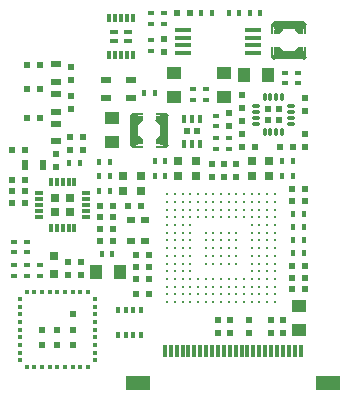
<source format=gtp>
G04 #@! TF.FileFunction,Paste,Top*
%FSLAX46Y46*%
G04 Gerber Fmt 4.6, Leading zero omitted, Abs format (unit mm)*
G04 Created by KiCad (PCBNEW 4.0.2+dfsg1-stable) date Mo 22 Aug 2016 02:39:07 CEST*
%MOMM*%
G01*
G04 APERTURE LIST*
%ADD10C,0.100000*%
%ADD11R,0.600000X0.400000*%
%ADD12R,0.350000X0.500000*%
%ADD13R,0.500000X0.600000*%
%ADD14O,0.750000X0.300000*%
%ADD15O,0.300000X0.750000*%
%ADD16R,0.540000X0.540000*%
%ADD17R,1.000000X1.250000*%
%ADD18R,0.300000X0.650000*%
%ADD19R,0.744000X0.465000*%
%ADD20R,1.450000X0.450000*%
%ADD21R,0.400000X0.600000*%
%ADD22R,0.300000X0.400000*%
%ADD23R,0.400000X0.300000*%
%ADD24R,0.500000X0.500000*%
%ADD25R,0.600000X0.500000*%
%ADD26R,0.900000X0.500000*%
%ADD27R,0.300000X0.730000*%
%ADD28R,0.730000X0.300000*%
%ADD29R,0.750000X0.750000*%
%ADD30R,0.350000X0.650000*%
%ADD31R,0.480000X0.600000*%
%ADD32R,1.250000X1.000000*%
%ADD33R,0.797560X0.797560*%
%ADD34R,0.762000X2.540000*%
%ADD35R,0.889000X0.254000*%
%ADD36R,0.381000X0.444500*%
%ADD37R,2.540000X0.762000*%
%ADD38R,0.254000X0.889000*%
%ADD39R,0.444500X0.381000*%
%ADD40R,0.300000X1.000000*%
%ADD41R,2.000000X1.300000*%
%ADD42R,0.800000X0.600000*%
%ADD43C,0.300000*%
%ADD44R,0.500000X0.900000*%
G04 APERTURE END LIST*
D10*
D11*
X66300000Y-102500000D03*
X66300000Y-103400000D03*
D12*
X58875000Y-117075000D03*
X58225000Y-117075000D03*
X57575000Y-117075000D03*
X56925000Y-117075000D03*
X58875000Y-119125000D03*
X58225000Y-119125000D03*
X57575000Y-119125000D03*
X56925000Y-119125000D03*
D13*
X66300000Y-100350000D03*
X66300000Y-101450000D03*
D14*
X68625000Y-99750000D03*
X68625000Y-100250000D03*
X68625000Y-100750000D03*
X68625000Y-101250000D03*
D15*
X69350000Y-101975000D03*
X69850000Y-101975000D03*
X70350000Y-101975000D03*
X70850000Y-101975000D03*
D14*
X71575000Y-101250000D03*
X71575000Y-100750000D03*
X71575000Y-100250000D03*
X71575000Y-99750000D03*
D15*
X70850000Y-99025000D03*
X70350000Y-99025000D03*
X69850000Y-99025000D03*
X69350000Y-99025000D03*
D16*
X70550000Y-100950000D03*
X70550000Y-100050000D03*
X69650000Y-100950000D03*
X69650000Y-100050000D03*
D17*
X69600000Y-97100000D03*
X67600000Y-97100000D03*
D18*
X56200000Y-95450000D03*
X56700000Y-95450000D03*
X57200000Y-95450000D03*
X57700000Y-95450000D03*
X58200000Y-95450000D03*
X58200000Y-92350000D03*
X57700000Y-92350000D03*
X57200000Y-92350000D03*
X56700000Y-92350000D03*
X56200000Y-92350000D03*
D19*
X57820000Y-93512500D03*
X56580000Y-93512500D03*
X57820000Y-94287500D03*
X56580000Y-94287500D03*
D13*
X60800000Y-94100000D03*
X60800000Y-95200000D03*
D20*
X68350000Y-95275000D03*
X68350000Y-94625000D03*
X68350000Y-93975000D03*
X68350000Y-93325000D03*
X62450000Y-93325000D03*
X62450000Y-93975000D03*
X62450000Y-94625000D03*
X62450000Y-95275000D03*
D11*
X59700000Y-95100000D03*
X59700000Y-94200000D03*
D21*
X60050000Y-98700000D03*
X59150000Y-98700000D03*
D22*
X49200000Y-121850000D03*
X49850000Y-121850000D03*
X50500000Y-121850000D03*
X51150000Y-121850000D03*
X51800000Y-121850000D03*
X52450000Y-121850000D03*
X53100000Y-121850000D03*
X53750000Y-121850000D03*
X54400000Y-121850000D03*
D23*
X54950000Y-120650000D03*
X54950000Y-120000000D03*
X54950000Y-119350000D03*
X54950000Y-118700000D03*
X54950000Y-118050000D03*
X54950000Y-117400000D03*
X54950000Y-116750000D03*
X54950000Y-116100000D03*
D22*
X54400000Y-115550000D03*
D23*
X54950000Y-121300000D03*
D22*
X53750000Y-115550000D03*
X53100000Y-115550000D03*
X52450000Y-115550000D03*
X51800000Y-115550000D03*
X51150000Y-115550000D03*
X50500000Y-115550000D03*
X49850000Y-115550000D03*
X49200000Y-115550000D03*
D23*
X48650000Y-116100000D03*
X48650000Y-116750000D03*
X48650000Y-117400000D03*
X48650000Y-118050000D03*
X48650000Y-118700000D03*
X48650000Y-119350000D03*
X48650000Y-120000000D03*
X48650000Y-120650000D03*
X48650000Y-121300000D03*
D24*
X51800000Y-118700000D03*
X51800000Y-120000000D03*
X50500000Y-118700000D03*
X50500000Y-120000000D03*
X53100000Y-118700000D03*
X53100000Y-120000000D03*
X53100000Y-117400000D03*
D25*
X49050000Y-107000000D03*
X47950000Y-107000000D03*
X71700000Y-107800000D03*
X72800000Y-107800000D03*
D13*
X52700000Y-114050000D03*
X52700000Y-112950000D03*
D11*
X49200000Y-111250000D03*
X49200000Y-112150000D03*
D26*
X51700000Y-98750000D03*
X51700000Y-100250000D03*
D21*
X60050000Y-104400000D03*
X60950000Y-104400000D03*
D25*
X56550000Y-111200000D03*
X55450000Y-111200000D03*
D11*
X49200000Y-113250000D03*
X49200000Y-114150000D03*
X48100000Y-113250000D03*
X48100000Y-114150000D03*
X50300000Y-113250000D03*
X50300000Y-114150000D03*
X48100000Y-111250000D03*
X48100000Y-112150000D03*
D27*
X53250000Y-106185000D03*
X52750000Y-106185000D03*
X52250000Y-106185000D03*
X51750000Y-106185000D03*
X51250000Y-106185000D03*
D28*
X50285000Y-107150000D03*
X50285000Y-107650000D03*
X50285000Y-108150000D03*
X50285000Y-108650000D03*
X50285000Y-109150000D03*
D27*
X51250000Y-110115000D03*
X51750000Y-110115000D03*
X52250000Y-110115000D03*
X52750000Y-110115000D03*
X53250000Y-110115000D03*
D28*
X54215000Y-109150000D03*
X54215000Y-108650000D03*
X54215000Y-108150000D03*
X54215000Y-107650000D03*
X54215000Y-107150000D03*
D29*
X51625000Y-108775000D03*
X52875000Y-108775000D03*
X51625000Y-107525000D03*
X52875000Y-107525000D03*
D21*
X56250000Y-107000000D03*
X55350000Y-107000000D03*
X56250000Y-105700000D03*
X55350000Y-105700000D03*
D30*
X62550000Y-102950000D03*
X63200000Y-102950000D03*
X63850000Y-102950000D03*
X63850000Y-100850000D03*
X63200000Y-100850000D03*
X62550000Y-100850000D03*
D31*
X63600000Y-101900000D03*
X62800000Y-101900000D03*
D25*
X61900000Y-91900000D03*
X63000000Y-91900000D03*
D32*
X61700000Y-99000000D03*
X61700000Y-97000000D03*
X56400000Y-102800000D03*
X56400000Y-100800000D03*
D13*
X67400000Y-99950000D03*
X67400000Y-98850000D03*
X67400000Y-101050000D03*
X67400000Y-102150000D03*
X72800000Y-100150000D03*
X72800000Y-99050000D03*
D25*
X68550000Y-103200000D03*
X67450000Y-103200000D03*
X70650000Y-103200000D03*
X71750000Y-103200000D03*
D13*
X72800000Y-102100000D03*
X72800000Y-103200000D03*
D25*
X49050000Y-106000000D03*
X47950000Y-106000000D03*
X49050000Y-108000000D03*
X47950000Y-108000000D03*
X56550000Y-108200000D03*
X55450000Y-108200000D03*
X56550000Y-109200000D03*
X55450000Y-109200000D03*
X49050000Y-103500000D03*
X47950000Y-103500000D03*
D13*
X51700000Y-104950000D03*
X51700000Y-103850000D03*
X53800000Y-114050000D03*
X53800000Y-112950000D03*
D25*
X50350000Y-100800000D03*
X49250000Y-100800000D03*
D13*
X53000000Y-100050000D03*
X53000000Y-98950000D03*
D25*
X50350000Y-98300000D03*
X49250000Y-98300000D03*
D13*
X53000000Y-97550000D03*
X53000000Y-96450000D03*
D25*
X50350000Y-96300000D03*
X49250000Y-96300000D03*
D13*
X68000000Y-117850000D03*
X68000000Y-118950000D03*
D25*
X57750000Y-108200000D03*
X58850000Y-108200000D03*
D13*
X69900000Y-117850000D03*
X69900000Y-118950000D03*
X70900000Y-117850000D03*
X70900000Y-118950000D03*
D25*
X59550000Y-114400000D03*
X58450000Y-114400000D03*
D13*
X64900000Y-105750000D03*
X64900000Y-104650000D03*
D25*
X71700000Y-106800000D03*
X72800000Y-106800000D03*
D13*
X65400000Y-117850000D03*
X65400000Y-118950000D03*
D25*
X71700000Y-114300000D03*
X72800000Y-114300000D03*
D13*
X66900000Y-105750000D03*
X66900000Y-104650000D03*
D25*
X59550000Y-113400000D03*
X58450000Y-113400000D03*
D13*
X66400000Y-117850000D03*
X66400000Y-118950000D03*
D25*
X71700000Y-113300000D03*
X72800000Y-113300000D03*
D13*
X65900000Y-105750000D03*
X65900000Y-104650000D03*
D25*
X59550000Y-112400000D03*
X58450000Y-112400000D03*
X71700000Y-115300000D03*
X72800000Y-115300000D03*
D33*
X69749300Y-105700000D03*
X68250700Y-105700000D03*
X69749300Y-104400000D03*
X68250700Y-104400000D03*
X62050700Y-104400000D03*
X63549300Y-104400000D03*
X62050700Y-105700000D03*
X63549300Y-105700000D03*
X51500000Y-113949300D03*
X51500000Y-112450700D03*
D26*
X51700000Y-101250000D03*
X51700000Y-102750000D03*
X51700000Y-96250000D03*
X51700000Y-97750000D03*
D11*
X59700000Y-92800000D03*
X59700000Y-91900000D03*
X60800000Y-91900000D03*
X60800000Y-92800000D03*
X71100000Y-96950000D03*
X71100000Y-97850000D03*
X72200000Y-97850000D03*
X72200000Y-96950000D03*
X64400000Y-98350000D03*
X64400000Y-99250000D03*
X65200000Y-100600000D03*
X65200000Y-101500000D03*
D21*
X71750000Y-105700000D03*
X70850000Y-105700000D03*
X60050000Y-105700000D03*
X60950000Y-105700000D03*
X71750000Y-112200000D03*
X72650000Y-112200000D03*
X71750000Y-111100000D03*
X72650000Y-111100000D03*
X55350000Y-104500000D03*
X56250000Y-104500000D03*
D26*
X55900000Y-97550000D03*
X55900000Y-99050000D03*
X58000000Y-99050000D03*
X58000000Y-97550000D03*
D33*
X57350700Y-107000000D03*
X58849300Y-107000000D03*
X57350700Y-105700000D03*
X58849300Y-105700000D03*
D25*
X56550000Y-110200000D03*
X55450000Y-110200000D03*
D21*
X55550000Y-112300000D03*
X56450000Y-112300000D03*
D32*
X72300000Y-116700000D03*
X72300000Y-118700000D03*
X65900000Y-97000000D03*
X65900000Y-99000000D03*
D21*
X64900000Y-91900000D03*
X64000000Y-91900000D03*
X72650000Y-110000000D03*
X71750000Y-110000000D03*
D34*
X60870000Y-101800000D03*
X58330000Y-101800000D03*
D35*
X60552500Y-103197000D03*
X60552500Y-100403000D03*
X58647500Y-103197000D03*
X58647500Y-100403000D03*
D36*
X60298500Y-100752250D03*
X58901500Y-100752250D03*
X58901500Y-102847750D03*
X60298500Y-102847750D03*
D10*
G36*
X60997000Y-100276038D02*
X61250962Y-100530000D01*
X60997000Y-100783962D01*
X60743038Y-100530000D01*
X60997000Y-100276038D01*
X60997000Y-100276038D01*
G37*
G36*
X60997000Y-102816038D02*
X61250962Y-103070000D01*
X60997000Y-103323962D01*
X60743038Y-103070000D01*
X60997000Y-102816038D01*
X60997000Y-102816038D01*
G37*
G36*
X58203000Y-102816038D02*
X58456962Y-103070000D01*
X58203000Y-103323962D01*
X57949038Y-103070000D01*
X58203000Y-102816038D01*
X58203000Y-102816038D01*
G37*
G36*
X58203000Y-100276038D02*
X58456962Y-100530000D01*
X58203000Y-100783962D01*
X57949038Y-100530000D01*
X58203000Y-100276038D01*
X58203000Y-100276038D01*
G37*
G36*
X60489000Y-100593737D02*
X60869763Y-100974500D01*
X60489000Y-101355263D01*
X60108237Y-100974500D01*
X60489000Y-100593737D01*
X60489000Y-100593737D01*
G37*
G36*
X60489000Y-102244737D02*
X60869763Y-102625500D01*
X60489000Y-103006263D01*
X60108237Y-102625500D01*
X60489000Y-102244737D01*
X60489000Y-102244737D01*
G37*
G36*
X58711000Y-102244737D02*
X59091763Y-102625500D01*
X58711000Y-103006263D01*
X58330237Y-102625500D01*
X58711000Y-102244737D01*
X58711000Y-102244737D01*
G37*
G36*
X58711000Y-100593737D02*
X59091763Y-100974500D01*
X58711000Y-101355263D01*
X58330237Y-100974500D01*
X58711000Y-100593737D01*
X58711000Y-100593737D01*
G37*
D17*
X55100000Y-113800000D03*
X57100000Y-113800000D03*
D21*
X71750000Y-108900000D03*
X72650000Y-108900000D03*
X68100000Y-91900000D03*
X69000000Y-91900000D03*
X66300000Y-91900000D03*
X67200000Y-91900000D03*
D25*
X59550000Y-115700000D03*
X58450000Y-115700000D03*
D37*
X71400000Y-92930000D03*
X71400000Y-95470000D03*
D38*
X72797000Y-93247500D03*
X70003000Y-93247500D03*
X72797000Y-95152500D03*
X70003000Y-95152500D03*
D39*
X70352250Y-93501500D03*
X70352250Y-94898500D03*
X72447750Y-94898500D03*
X72447750Y-93501500D03*
D10*
G36*
X69876038Y-92803000D02*
X70130000Y-92549038D01*
X70383962Y-92803000D01*
X70130000Y-93056962D01*
X69876038Y-92803000D01*
X69876038Y-92803000D01*
G37*
G36*
X72416038Y-92803000D02*
X72670000Y-92549038D01*
X72923962Y-92803000D01*
X72670000Y-93056962D01*
X72416038Y-92803000D01*
X72416038Y-92803000D01*
G37*
G36*
X72416038Y-95597000D02*
X72670000Y-95343038D01*
X72923962Y-95597000D01*
X72670000Y-95850962D01*
X72416038Y-95597000D01*
X72416038Y-95597000D01*
G37*
G36*
X69876038Y-95597000D02*
X70130000Y-95343038D01*
X70383962Y-95597000D01*
X70130000Y-95850962D01*
X69876038Y-95597000D01*
X69876038Y-95597000D01*
G37*
G36*
X70193737Y-93311000D02*
X70574500Y-92930237D01*
X70955263Y-93311000D01*
X70574500Y-93691763D01*
X70193737Y-93311000D01*
X70193737Y-93311000D01*
G37*
G36*
X71844737Y-93311000D02*
X72225500Y-92930237D01*
X72606263Y-93311000D01*
X72225500Y-93691763D01*
X71844737Y-93311000D01*
X71844737Y-93311000D01*
G37*
G36*
X71844737Y-95089000D02*
X72225500Y-94708237D01*
X72606263Y-95089000D01*
X72225500Y-95469763D01*
X71844737Y-95089000D01*
X71844737Y-95089000D01*
G37*
G36*
X70193737Y-95089000D02*
X70574500Y-94708237D01*
X70955263Y-95089000D01*
X70574500Y-95469763D01*
X70193737Y-95089000D01*
X70193737Y-95089000D01*
G37*
D40*
X60900000Y-120500000D03*
X61400000Y-120500000D03*
X61900000Y-120500000D03*
X62400000Y-120500000D03*
X62900000Y-120500000D03*
X63400000Y-120500000D03*
X63900000Y-120500000D03*
X64400000Y-120500000D03*
X64900000Y-120500000D03*
X65400000Y-120500000D03*
X65900000Y-120500000D03*
X66400000Y-120500000D03*
X66900000Y-120500000D03*
X67400000Y-120500000D03*
X67900000Y-120500000D03*
X68400000Y-120500000D03*
X68900000Y-120500000D03*
X69400000Y-120500000D03*
X69900000Y-120500000D03*
X70400000Y-120500000D03*
X70900000Y-120500000D03*
X71400000Y-120500000D03*
X71900000Y-120500000D03*
X72400000Y-120500000D03*
D41*
X58600000Y-123200000D03*
X74700000Y-123200000D03*
D42*
X58000000Y-109400000D03*
X59200000Y-109400000D03*
X58000000Y-111200000D03*
X59200000Y-111200000D03*
D43*
X65650000Y-111800000D03*
X66300000Y-111800000D03*
X66300000Y-112450000D03*
X65650000Y-112450000D03*
X65000000Y-112450000D03*
X65000000Y-111800000D03*
X65000000Y-111150000D03*
X65650000Y-111150000D03*
X66300000Y-111150000D03*
X66950000Y-111150000D03*
X66950000Y-111800000D03*
X66950000Y-112450000D03*
X66950000Y-113100000D03*
X66300000Y-113100000D03*
X65650000Y-113100000D03*
X65000000Y-113100000D03*
X64350000Y-113100000D03*
X64350000Y-112450000D03*
X64350000Y-111800000D03*
X64350000Y-111150000D03*
X64350000Y-110500000D03*
X65000000Y-110500000D03*
X65650000Y-110500000D03*
X66300000Y-110500000D03*
X66950000Y-110500000D03*
X68250000Y-114400000D03*
X68250000Y-113750000D03*
X68250000Y-113100000D03*
X68250000Y-112450000D03*
X68250000Y-111800000D03*
X68250000Y-115050000D03*
X68250000Y-115700000D03*
X68250000Y-116350000D03*
X68900000Y-113100000D03*
X69550000Y-113100000D03*
X70200000Y-113100000D03*
X70200000Y-113750000D03*
X70200000Y-114400000D03*
X70200000Y-115050000D03*
X70200000Y-115700000D03*
X70200000Y-116350000D03*
X69550000Y-116350000D03*
X68900000Y-116350000D03*
X68900000Y-115700000D03*
X69550000Y-115700000D03*
X69550000Y-115050000D03*
X68900000Y-115050000D03*
X68900000Y-114400000D03*
X69550000Y-114400000D03*
X69550000Y-113750000D03*
X68900000Y-113750000D03*
X70200000Y-112450000D03*
X69550000Y-112450000D03*
X68900000Y-112450000D03*
X68900000Y-111800000D03*
X69550000Y-111800000D03*
X70200000Y-111800000D03*
X70200000Y-111150000D03*
X69550000Y-111150000D03*
X68900000Y-111150000D03*
X68250000Y-111150000D03*
X68250000Y-110500000D03*
X68900000Y-110500000D03*
X69550000Y-110500000D03*
X70200000Y-110500000D03*
X70200000Y-109850000D03*
X69550000Y-109850000D03*
X68900000Y-109850000D03*
X68250000Y-109850000D03*
X66950000Y-109200000D03*
X66950000Y-108550000D03*
X66950000Y-107900000D03*
X66950000Y-107250000D03*
X67600000Y-107250000D03*
X68250000Y-107250000D03*
X68900000Y-107250000D03*
X69550000Y-107250000D03*
X70200000Y-107250000D03*
X70200000Y-107900000D03*
X70200000Y-108550000D03*
X70200000Y-109200000D03*
X69550000Y-109200000D03*
X68900000Y-109200000D03*
X68250000Y-109200000D03*
X67600000Y-109200000D03*
X67600000Y-108550000D03*
X67600000Y-107900000D03*
X68250000Y-107900000D03*
X68900000Y-107900000D03*
X69550000Y-107900000D03*
X69550000Y-108550000D03*
X68900000Y-108550000D03*
X68250000Y-108550000D03*
X66300000Y-107250000D03*
X65650000Y-107250000D03*
X63050000Y-110500000D03*
X62400000Y-110500000D03*
X61750000Y-110500000D03*
X61100000Y-110500000D03*
X61100000Y-109850000D03*
X61100000Y-109200000D03*
X61100000Y-108550000D03*
X61100000Y-107900000D03*
X61100000Y-107250000D03*
X61750000Y-107250000D03*
X62400000Y-107250000D03*
X63050000Y-107250000D03*
X63700000Y-107250000D03*
X64350000Y-107250000D03*
X65000000Y-107250000D03*
X66300000Y-107900000D03*
X65650000Y-107900000D03*
X65000000Y-107900000D03*
X64350000Y-107900000D03*
X63700000Y-107900000D03*
X63050000Y-107900000D03*
X62400000Y-107900000D03*
X61750000Y-107900000D03*
X61750000Y-108550000D03*
X62400000Y-108550000D03*
X63700000Y-108550000D03*
X66300000Y-109200000D03*
X65650000Y-109200000D03*
X65000000Y-109200000D03*
X64350000Y-109200000D03*
X63700000Y-109200000D03*
X63050000Y-109200000D03*
X63050000Y-109850000D03*
X62400000Y-109850000D03*
X61750000Y-109850000D03*
X61750000Y-109200000D03*
X62400000Y-109200000D03*
X63050000Y-108550000D03*
X64350000Y-108550000D03*
X65000000Y-108550000D03*
X65650000Y-108550000D03*
X66300000Y-108550000D03*
X63050000Y-111150000D03*
X63050000Y-111800000D03*
X63050000Y-112450000D03*
X63050000Y-113100000D03*
X63050000Y-113750000D03*
X63050000Y-114400000D03*
X63700000Y-114400000D03*
X64350000Y-114400000D03*
X65000000Y-114400000D03*
X67600000Y-114400000D03*
X66950000Y-114400000D03*
X66300000Y-114400000D03*
X65650000Y-114400000D03*
X67600000Y-116350000D03*
X66950000Y-116350000D03*
X66300000Y-116350000D03*
X65650000Y-116350000D03*
X65000000Y-116350000D03*
X64350000Y-116350000D03*
X63700000Y-116350000D03*
X63050000Y-116350000D03*
X62400000Y-116350000D03*
X61750000Y-116350000D03*
X61100000Y-116350000D03*
X61100000Y-115700000D03*
X61100000Y-115050000D03*
X61100000Y-113750000D03*
X61100000Y-114400000D03*
X61100000Y-113100000D03*
X61100000Y-112450000D03*
X61100000Y-111800000D03*
X61100000Y-111150000D03*
X61750000Y-111150000D03*
X61750000Y-111800000D03*
X61750000Y-112450000D03*
X61750000Y-113100000D03*
X61750000Y-113750000D03*
X61750000Y-114400000D03*
X61750000Y-115050000D03*
X61750000Y-115700000D03*
X62400000Y-115700000D03*
X63050000Y-115700000D03*
X63700000Y-115700000D03*
X64350000Y-115700000D03*
X65000000Y-115700000D03*
X65650000Y-115700000D03*
X66950000Y-115700000D03*
X66300000Y-115700000D03*
X67600000Y-115700000D03*
X67600000Y-115050000D03*
X66950000Y-115050000D03*
X66300000Y-115050000D03*
X65650000Y-115050000D03*
X65000000Y-115050000D03*
X64350000Y-115050000D03*
X63700000Y-115050000D03*
X63050000Y-115050000D03*
X62400000Y-115050000D03*
X62400000Y-114400000D03*
X62400000Y-113750000D03*
X62400000Y-113100000D03*
X62400000Y-112450000D03*
X62400000Y-111800000D03*
X62400000Y-111150000D03*
D44*
X50550000Y-104800000D03*
X49050000Y-104800000D03*
D11*
X63300000Y-99250000D03*
X63300000Y-98350000D03*
D21*
X71750000Y-104400000D03*
X70850000Y-104400000D03*
D13*
X52900000Y-103500000D03*
X52900000Y-102400000D03*
X54000000Y-102400000D03*
X54000000Y-103500000D03*
D21*
X52800000Y-104600000D03*
X53700000Y-104600000D03*
D11*
X65200000Y-102500000D03*
X65200000Y-103400000D03*
M02*

</source>
